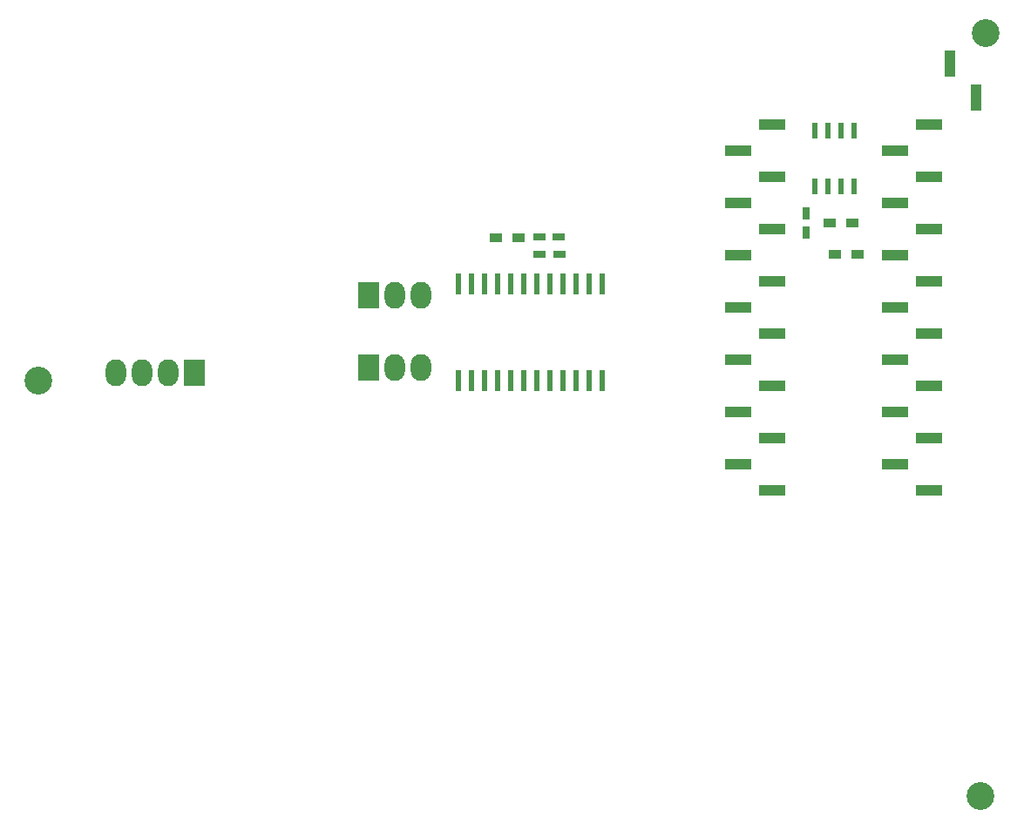
<source format=gbr>
G04 #@! TF.GenerationSoftware,KiCad,Pcbnew,(5.1.4-0-10_14)*
G04 #@! TF.CreationDate,2019-10-31T09:52:31+01:00*
G04 #@! TF.ProjectId,EWI_Left,4557495f-4c65-4667-942e-6b696361645f,-*
G04 #@! TF.SameCoordinates,Original*
G04 #@! TF.FileFunction,Soldermask,Bot*
G04 #@! TF.FilePolarity,Negative*
%FSLAX46Y46*%
G04 Gerber Fmt 4.6, Leading zero omitted, Abs format (unit mm)*
G04 Created by KiCad (PCBNEW (5.1.4-0-10_14)) date 2019-10-31 09:52:31*
%MOMM*%
%LPD*%
G04 APERTURE LIST*
%ADD10R,2.000000X2.600000*%
%ADD11O,2.000000X2.600000*%
%ADD12R,0.750000X1.200000*%
%ADD13R,1.200000X0.900000*%
%ADD14R,0.600000X1.550000*%
%ADD15C,2.700000*%
%ADD16R,1.200000X0.750000*%
%ADD17R,0.600000X2.000000*%
%ADD18R,2.510000X1.000000*%
%ADD19R,1.000000X2.510000*%
G04 APERTURE END LIST*
D10*
X58140000Y-61870000D03*
D11*
X55600000Y-61870000D03*
X53060000Y-61870000D03*
X50520000Y-61870000D03*
D12*
X117560000Y-46370000D03*
X117560000Y-48270000D03*
D13*
X120360000Y-50370000D03*
X122560000Y-50370000D03*
D14*
X118438671Y-38333601D03*
X119708671Y-38333601D03*
X120978671Y-38333601D03*
X122248671Y-38333601D03*
X122248671Y-43733601D03*
X120978671Y-43733601D03*
X119708671Y-43733601D03*
X118438671Y-43733601D03*
D10*
X75060000Y-54370000D03*
D11*
X77600000Y-54370000D03*
X80140000Y-54370000D03*
D10*
X75020000Y-61370000D03*
D11*
X77560000Y-61370000D03*
X80100000Y-61370000D03*
D15*
X135030000Y-28900000D03*
X134530000Y-103070000D03*
X42960000Y-62660000D03*
D16*
X91630000Y-48720000D03*
X93530000Y-48720000D03*
X91660000Y-50400000D03*
X93560000Y-50400000D03*
D17*
X97730000Y-62690000D03*
X96460000Y-62690000D03*
X95190000Y-62690000D03*
X93920000Y-62690000D03*
X92650000Y-62690000D03*
X91380000Y-62690000D03*
X90110000Y-62690000D03*
X88840000Y-62690000D03*
X87570000Y-62690000D03*
X86300000Y-62690000D03*
X85030000Y-62690000D03*
X83760000Y-62690000D03*
X83760000Y-53290000D03*
X85030000Y-53290000D03*
X86300000Y-53290000D03*
X87570000Y-53290000D03*
X88840000Y-53290000D03*
X90110000Y-53290000D03*
X91380000Y-53290000D03*
X92650000Y-53290000D03*
X93920000Y-53290000D03*
X95190000Y-53290000D03*
X96460000Y-53290000D03*
X97730000Y-53290000D03*
D13*
X119860000Y-47370000D03*
X122060000Y-47370000D03*
X89610000Y-48740000D03*
X87410000Y-48740000D03*
D18*
X129470000Y-37750000D03*
X129470000Y-42830000D03*
X129470000Y-47910000D03*
X129470000Y-52990000D03*
X129470000Y-58070000D03*
X129470000Y-63150000D03*
X129470000Y-68230000D03*
X129470000Y-73310000D03*
X126160000Y-40290000D03*
X126160000Y-45370000D03*
X126160000Y-50450000D03*
X126160000Y-55530000D03*
X126160000Y-60610000D03*
X126160000Y-65690000D03*
X126160000Y-70770000D03*
X114225000Y-37760000D03*
X114225000Y-42840000D03*
X114225000Y-47920000D03*
X114225000Y-53000000D03*
X114225000Y-58080000D03*
X114225000Y-63160000D03*
X114225000Y-68240000D03*
X114225000Y-73320000D03*
X110915000Y-40300000D03*
X110915000Y-45380000D03*
X110915000Y-50460000D03*
X110915000Y-55540000D03*
X110915000Y-60620000D03*
X110915000Y-65700000D03*
X110915000Y-70780000D03*
D19*
X131560000Y-31870000D03*
X134100000Y-35180000D03*
M02*

</source>
